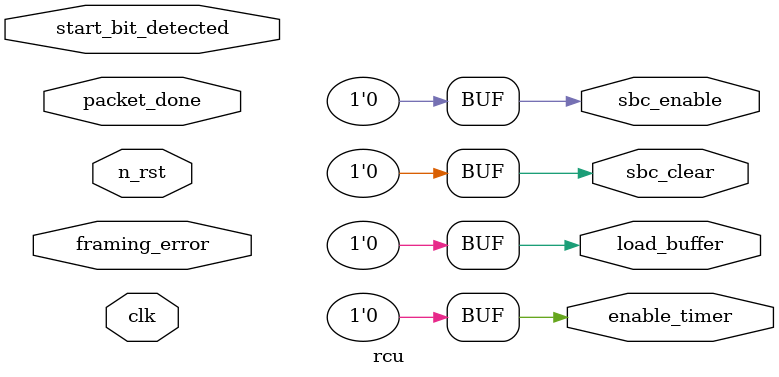
<source format=sv>

module rcu
(
	input wire clk,
	input wire n_rst,
	input wire start_bit_detected,
	input wire packet_done,
	input wire framing_error,
	output reg sbc_clear,
	output reg sbc_enable,
	output reg load_buffer,
	output reg enable_timer
);

	typedef enum logic [2:0] { IDLE, START, SBC, CHECK, VALID} state_type;
	state_type state, next_state;
	
	always_ff @ (posedge clk, negedge n_rst)
	begin
		if(n_rst == 1'b0)
		begin
			state <= IDLE;
		end
		else
		begin
			state <= next_state;
		end
	end

	assign sbc_clear = 1'b0;
	assign sbc_enable = 1'b0;
	assign load_buffer = 1'b0;
	assign enable_timer = 1'b0;	

	always_comb
	begin
		next_state = state; // DEFAULT CASE
		case(state)
			IDLE:
			begin
				if(start_bit_detected == 1'b1)
				begin
					enable_timer = 1'b1;
					sbc_clear = 1'b1;
					next_state = START;
				end
				else
				begin
					next_state = IDLE;
				end
			end
			START:
			begin
				if(packet_done == 1'b1)
				begin
					next_state = SBC;
				end
				else
				begin
					next_state = START;
				end
			end
			SBC:
			begin
				sbc_enable = 1'b1;
				next_state = CHECK;
			end
			CHECK:
			begin
				if(framing_error == 1'b1)
				begin
					next_state = IDLE;
				end
				else
				begin
					next_state = VALID;
				end
			end
			VALID:
			begin
				load_buffer = 1;
				next_state = IDLE;
			end
		endcase	
	end
endmodule

</source>
